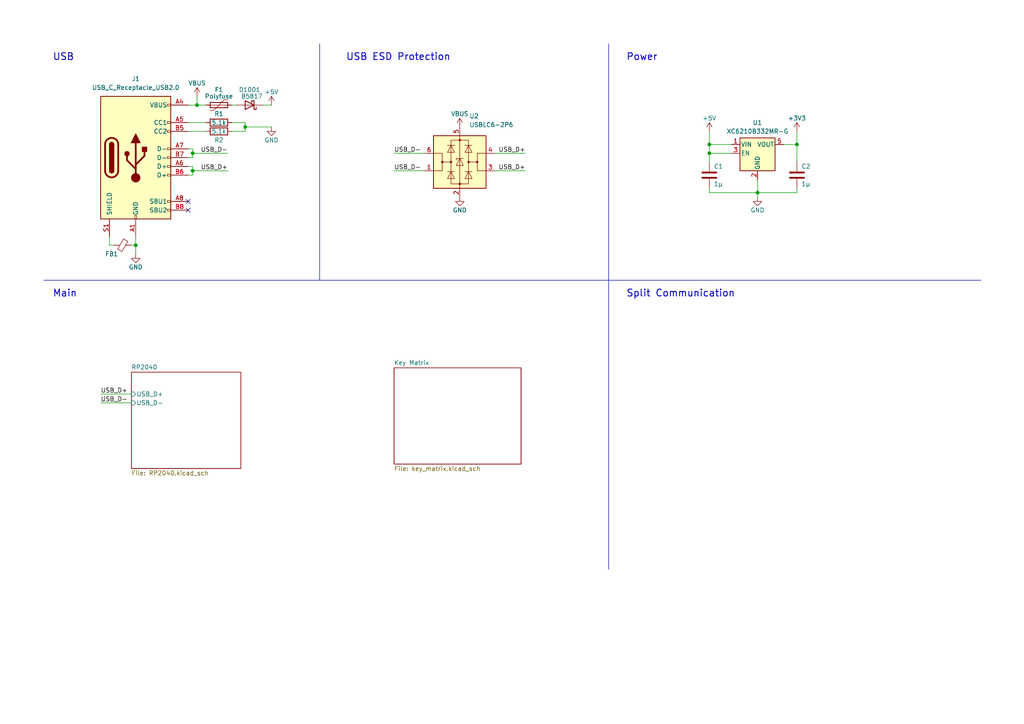
<source format=kicad_sch>
(kicad_sch (version 20230121) (generator eeschema)
  (paper "A4")
  (title_block (title "Reel") (rev "2.1") (comment 1 "MIT License (Open source hardware)"))
  (lib_symbols
    (symbol "Connector:USB_C_Receptacle_USB2.0" (pin_names (offset 1.016))
      (property "Reference" "J" (at -10.16 19.05 0))
      (property "Value" "USB_C_Receptacle_USB2.0" (at 19.05 19.05 0))
      (symbol "USB_C_Receptacle_USB2.0_0_0"
        (rectangle (start -0.254 -17.78) (end 0.254 -16.764))
        (rectangle (start 10.16 -14.986) (end 9.144 -15.494))
        (rectangle (start 10.16 -12.446) (end 9.144 -12.954))
        (rectangle (start 10.16 -4.826) (end 9.144 -5.334))
        (rectangle (start 10.16 -2.286) (end 9.144 -2.794))
        (rectangle (start 10.16 0.254) (end 9.144 -0.254))
        (rectangle (start 10.16 2.794) (end 9.144 2.286))
        (rectangle (start 10.16 7.874) (end 9.144 7.366))
        (rectangle (start 10.16 10.414) (end 9.144 9.906))
        (rectangle (start 10.16 15.494) (end 9.144 14.986))
      )
      (symbol "USB_C_Receptacle_USB2.0_0_1"
        (rectangle (start -10.16 17.78) (end 10.16 -17.78) (stroke (width 0.254)) (fill (type background)))
        (arc (start -8.89 -3.81) (mid -6.985 -5.7067) (end -5.08 -3.81) (stroke (width 0.508)))
        (arc (start -7.62 -3.81) (mid -6.985 -4.4423) (end -6.35 -3.81) (stroke (width 0.254)))
        (arc (start -7.62 -3.81) (mid -6.985 -4.4423) (end -6.35 -3.81) (stroke (width 0.254)) (fill (type outline)))
        (rectangle (start -7.62 -3.81) (end -6.35 3.81) (stroke (width 0.254)) (fill (type outline)))
        (arc (start -6.35 3.81) (mid -6.985 4.4423) (end -7.62 3.81) (stroke (width 0.254)))
        (arc (start -6.35 3.81) (mid -6.985 4.4423) (end -7.62 3.81) (stroke (width 0.254)) (fill (type outline)))
        (arc (start -5.08 3.81) (mid -6.985 5.7067) (end -8.89 3.81) (stroke (width 0.508)))
        (circle (center -2.54 1.143) (radius 0.635) (stroke (width 0.254)) (fill (type outline)))
        (circle (center 0 -5.842) (radius 1.27) (fill (type outline)))
        (polyline (pts (xy -8.89 -3.81) (xy -8.89 3.81)) (stroke (width 0.508)))
        (polyline (pts (xy -5.08 3.81) (xy -5.08 -3.81)) (stroke (width 0.508)))
        (polyline (pts (xy 0 -5.842) (xy 0 4.318)) (stroke (width 0.508)))
        (polyline (pts (xy 0 -3.302) (xy -2.54 -0.762) (xy -2.54 0.508)) (stroke (width 0.508)))
        (polyline (pts (xy 0 -2.032) (xy 2.54 0.508) (xy 2.54 1.778)) (stroke (width 0.508)))
        (polyline (pts (xy -1.27 4.318) (xy 0 6.858) (xy 1.27 4.318) (xy -1.27 4.318)) (stroke (width 0.254)) (fill (type outline)))
        (rectangle (start 1.905 1.778) (end 3.175 3.048) (stroke (width 0.254)) (fill (type outline)))
      )
      (symbol "USB_C_Receptacle_USB2.0_1_1"
        (pin passive line (at 0 -22.86 90) (length 5.08) (name "GND") (number "A1"))
        (pin passive line (at 0 -22.86 90) (length 5.08) hide (name "GND") (number "A12"))
        (pin passive line (at 15.24 15.24 180) (length 5.08) (name "VBUS") (number "A4"))
        (pin bidirectional line (at 15.24 10.16 180) (length 5.08) (name "CC1") (number "A5"))
        (pin bidirectional line (at 15.24 -2.54 180) (length 5.08) (name "D+") (number "A6"))
        (pin bidirectional line (at 15.24 2.54 180) (length 5.08) (name "D-") (number "A7"))
        (pin bidirectional line (at 15.24 -12.7 180) (length 5.08) (name "SBU1") (number "A8"))
        (pin passive line (at 15.24 15.24 180) (length 5.08) hide (name "VBUS") (number "A9"))
        (pin passive line (at 0 -22.86 90) (length 5.08) hide (name "GND") (number "B1"))
        (pin passive line (at 0 -22.86 90) (length 5.08) hide (name "GND") (number "B12"))
        (pin passive line (at 15.24 15.24 180) (length 5.08) hide (name "VBUS") (number "B4"))
        (pin bidirectional line (at 15.24 7.62 180) (length 5.08) (name "CC2") (number "B5"))
        (pin bidirectional line (at 15.24 -5.08 180) (length 5.08) (name "D+") (number "B6"))
        (pin bidirectional line (at 15.24 0 180) (length 5.08) (name "D-") (number "B7"))
        (pin bidirectional line (at 15.24 -15.24 180) (length 5.08) (name "SBU2") (number "B8"))
        (pin passive line (at 15.24 15.24 180) (length 5.08) hide (name "VBUS") (number "B9"))
        (pin passive line (at -7.62 -22.86 90) (length 5.08) (name "SHIELD") (number "S1"))
      )
    )
    (symbol "Device:C" (pin_numbers hide) (pin_names (offset 0.254))
      (property "Reference" "C" (at 0.635 2.54 0))
      (property "Value" "C" (at 0.635 -2.54 0))
      (symbol "C_0_1"
        (polyline (pts (xy -2.032 -0.762) (xy 2.032 -0.762)) (stroke (width 0.508)))
        (polyline (pts (xy -2.032 0.762) (xy 2.032 0.762)) (stroke (width 0.508)))
      )
      (symbol "C_1_1"
        (pin passive line (at 0 3.81 270) (length 2.794) (name "~") (number "1"))
        (pin passive line (at 0 -3.81 90) (length 2.794) (name "~") (number "2"))
      )
    )
    (symbol "Device:D_Schottky" (pin_numbers hide) (pin_names (offset 1.016) hide)
      (property "Reference" "D" (at 0 2.54 0))
      (property "Value" "D_Schottky" (at 0 -2.54 0))
      (symbol "D_Schottky_0_1"
        (polyline (pts (xy 1.27 0) (xy -1.27 0)))
        (polyline (pts (xy 1.27 1.27) (xy 1.27 -1.27) (xy -1.27 0) (xy 1.27 1.27)) (stroke (width 0.254)))
        (polyline (pts (xy -1.905 0.635) (xy -1.905 1.27) (xy -1.27 1.27) (xy -1.27 -1.27) (xy -0.635 -1.27) (xy -0.635 -0.635)) (stroke (width 0.254)))
      )
      (symbol "D_Schottky_1_1"
        (pin passive line (at -3.81 0 0) (length 2.54) (name "K") (number "1"))
        (pin passive line (at 3.81 0 180) (length 2.54) (name "A") (number "2"))
      )
    )
    (symbol "Device:FerriteBead_Small" (pin_numbers hide) (pin_names (offset 0))
      (property "Reference" "FB" (at 1.905 1.27 0))
      (property "Value" "FerriteBead_Small" (at 1.905 -1.27 0))
      (symbol "FerriteBead_Small_0_1"
        (polyline (pts (xy 0 -1.27) (xy 0 -0.7874)))
        (polyline (pts (xy 0 0.889) (xy 0 1.2954)))
        (polyline (pts (xy -1.8288 0.2794) (xy -1.1176 1.4986) (xy 1.8288 -0.2032) (xy 1.1176 -1.4224) (xy -1.8288 0.2794)))
      )
      (symbol "FerriteBead_Small_1_1"
        (pin passive line (at 0 2.54 270) (length 1.27) (name "~") (number "1"))
        (pin passive line (at 0 -2.54 90) (length 1.27) (name "~") (number "2"))
      )
    )
    (symbol "Device:Polyfuse" (pin_numbers hide) (pin_names (offset 0))
      (property "Reference" "F" (at -2.54 0 90))
      (property "Value" "Polyfuse" (at 2.54 0 90))
      (symbol "Polyfuse_0_1"
        (rectangle (start -0.762 2.54) (end 0.762 -2.54) (stroke (width 0.254)))
        (polyline (pts (xy 0 2.54) (xy 0 -2.54)))
        (polyline (pts (xy -1.524 2.54) (xy -1.524 1.524) (xy 1.524 -1.524) (xy 1.524 -2.54)))
      )
      (symbol "Polyfuse_1_1"
        (pin passive line (at 0 3.81 270) (length 1.27) (name "~") (number "1"))
        (pin passive line (at 0 -3.81 90) (length 1.27) (name "~") (number "2"))
      )
    )
    (symbol "Device:R" (pin_numbers hide) (pin_names (offset 0))
      (property "Reference" "R" (at 2.032 0 90))
      (property "Value" "R" (at 0 0 90))
      (symbol "R_0_1"
        (rectangle (start -1.016 -2.54) (end 1.016 2.54) (stroke (width 0.254)))
      )
      (symbol "R_1_1"
        (pin passive line (at 0 3.81 270) (length 1.27) (name "~") (number "1"))
        (pin passive line (at 0 -3.81 90) (length 1.27) (name "~") (number "2"))
      )
    )
    (symbol "Power_Protection:USBLC6-2P6" (pin_names hide)
      (property "Reference" "U" (at 2.54 8.89 0))
      (property "Value" "USBLC6-2P6" (at 2.54 -8.89 0))
      (symbol "USBLC6-2P6_0_1"
        (rectangle (start -7.62 -7.62) (end 7.62 7.62) (stroke (width 0.254)) (fill (type background)))
        (circle (center -5.08 0) (radius 0.254) (fill (type outline)))
        (circle (center -2.54 0) (radius 0.254) (fill (type outline)))
        (rectangle (start -2.54 6.35) (end 2.54 -6.35))
        (circle (center 0 -6.35) (radius 0.254) (fill (type outline)))
        (polyline (pts (xy -5.08 -2.54) (xy -7.62 -2.54)))
        (polyline (pts (xy -5.08 0) (xy -5.08 -2.54)))
        (polyline (pts (xy -5.08 2.54) (xy -7.62 2.54)))
        (polyline (pts (xy -1.524 -2.794) (xy -3.556 -2.794)))
        (polyline (pts (xy -1.524 4.826) (xy -3.556 4.826)))
        (polyline (pts (xy 0 -7.62) (xy 0 -6.35)))
        (polyline (pts (xy 0 -6.35) (xy 0 1.27)))
        (polyline (pts (xy 0 1.27) (xy 0 6.35)))
        (polyline (pts (xy 0 6.35) (xy 0 7.62)))
        (polyline (pts (xy 1.524 -2.794) (xy 3.556 -2.794)))
        (polyline (pts (xy 1.524 4.826) (xy 3.556 4.826)))
        (polyline (pts (xy 5.08 -2.54) (xy 7.62 -2.54)))
        (polyline (pts (xy 5.08 0) (xy 5.08 -2.54)))
        (polyline (pts (xy 5.08 2.54) (xy 7.62 2.54)))
        (polyline (pts (xy -2.54 0) (xy -5.08 0) (xy -5.08 2.54)))
        (polyline (pts (xy 2.54 0) (xy 5.08 0) (xy 5.08 2.54)))
        (polyline (pts (xy -3.556 -4.826) (xy -1.524 -4.826) (xy -2.54 -2.794) (xy -3.556 -4.826)))
        (polyline (pts (xy -3.556 2.794) (xy -1.524 2.794) (xy -2.54 4.826) (xy -3.556 2.794)))
        (polyline (pts (xy -1.016 -1.016) (xy 1.016 -1.016) (xy 0 1.016) (xy -1.016 -1.016)))
        (polyline (pts (xy 1.016 1.016) (xy 0.762 1.016) (xy -1.016 1.016) (xy -1.016 0.508)))
        (polyline (pts (xy 3.556 -4.826) (xy 1.524 -4.826) (xy 2.54 -2.794) (xy 3.556 -4.826)))
        (polyline (pts (xy 3.556 2.794) (xy 1.524 2.794) (xy 2.54 4.826) (xy 3.556 2.794)))
        (circle (center 0 6.35) (radius 0.254) (fill (type outline)))
        (circle (center 2.54 0) (radius 0.254) (fill (type outline)))
        (circle (center 5.08 0) (radius 0.254) (fill (type outline)))
      )
      (symbol "USBLC6-2P6_1_1"
        (pin passive line (at -10.16 -2.54 0) (length 2.54) (name "I/O1") (number "1"))
        (pin passive line (at 0 -10.16 90) (length 2.54) (name "GND") (number "2"))
        (pin passive line (at 10.16 -2.54 180) (length 2.54) (name "I/O2") (number "3"))
        (pin passive line (at 10.16 2.54 180) (length 2.54) (name "I/O2") (number "4"))
        (pin passive line (at 0 10.16 270) (length 2.54) (name "VBUS") (number "5"))
        (pin passive line (at -10.16 2.54 0) (length 2.54) (name "I/O1") (number "6"))
      )
    )
    (symbol "Regulator_Linear:AP2127K-3.3" (pin_names (offset 0.254))
      (property "Reference" "U" (at -5.08 5.715 0))
      (property "Value" "AP2127K-3.3" (at 0 5.715 0))
      (symbol "AP2127K-3.3_0_1"
        (rectangle (start -5.08 4.445) (end 5.08 -5.08) (stroke (width 0.254)) (fill (type background)))
      )
      (symbol "AP2127K-3.3_1_1"
        (pin power_in line (at -7.62 2.54 0) (length 2.54) (name "VIN") (number "1"))
        (pin power_in line (at 0 -7.62 90) (length 2.54) (name "GND") (number "2"))
        (pin input line (at -7.62 0 0) (length 2.54) (name "EN") (number "3"))
        (pin no_connect line (at 5.08 0 180) (length 2.54) hide (name "NC") (number "4"))
        (pin power_out line (at 7.62 2.54 180) (length 2.54) (name "VOUT") (number "5"))
      )
    )
    (symbol "power:+3V3" (power) (pin_names (offset 0))
      (property "Value" "+3V3" (at 0 3.556 0))
      (symbol "+3V3_0_1"
        (polyline (pts (xy -0.762 1.27) (xy 0 2.54)))
        (polyline (pts (xy 0 0) (xy 0 2.54)))
        (polyline (pts (xy 0 2.54) (xy 0.762 1.27)))
      )
      (symbol "+3V3_1_1"
        (pin power_in line (at 0 0 90) (length 0) hide (name "+3V3") (number "1"))
      )
    )
    (symbol "power:+5V" (power) (pin_names (offset 0))
      (property "Value" "+5V" (at 0 3.556 0))
      (symbol "+5V_0_1"
        (polyline (pts (xy -0.762 1.27) (xy 0 2.54)))
        (polyline (pts (xy 0 0) (xy 0 2.54)))
        (polyline (pts (xy 0 2.54) (xy 0.762 1.27)))
      )
      (symbol "+5V_1_1"
        (pin power_in line (at 0 0 90) (length 0) hide (name "+5V") (number "1"))
      )
    )
    (symbol "power:GND" (power) (pin_names (offset 0))
      (property "Value" "GND" (at 0 -3.81 0))
      (symbol "GND_0_1"
        (polyline (pts (xy 0 0) (xy 0 -1.27) (xy 1.27 -1.27) (xy 0 -2.54) (xy -1.27 -1.27) (xy 0 -1.27)))
      )
      (symbol "GND_1_1"
        (pin power_in line (at 0 0 270) (length 0) hide (name "GND") (number "1"))
      )
    )
    (symbol "power:VBUS" (power) (pin_names (offset 0))
      (property "Value" "VBUS" (at 0 3.81 0))
      (symbol "VBUS_0_1"
        (polyline (pts (xy -0.762 1.27) (xy 0 2.54)))
        (polyline (pts (xy 0 0) (xy 0 2.54)))
        (polyline (pts (xy 0 2.54) (xy 0.762 1.27)))
      )
      (symbol "VBUS_1_1"
        (pin power_in line (at 0 0 90) (length 0) hide (name "VBUS") (number "1"))
      )
    )
  )
  (junction (at 205.74 44.45))
  (junction (at 205.74 41.91))
  (junction (at 219.71 55.88))
  (junction (at 71.12 36.83))
  (junction (at 231.14 41.91))
  (junction (at 55.88 44.45))
  (junction (at 55.88 49.53))
  (junction (at 57.15 30.48))
  (junction (at 39.37 71.12))
  (no_connect (at 54.61 58.42))
  (no_connect (at 54.61 60.96))
  (wire (pts (xy 71.12 36.83) (xy 71.12 38.1)))
  (wire (pts (xy 59.69 35.56) (xy 54.61 35.56)))
  (wire (pts (xy 31.75 71.12) (xy 33.02 71.12)))
  (wire (pts (xy 219.71 55.88) (xy 231.14 55.88)))
  (wire (pts (xy 39.37 73.66) (xy 39.37 71.12)))
  (wire (pts (xy 205.74 38.1) (xy 205.74 41.91)))
  (wire (pts (xy 219.71 55.88) (xy 219.71 57.15)))
  (polyline (pts (xy 12.7 81.28) (xy 284.48 81.28)))
  (wire (pts (xy 71.12 35.56) (xy 67.31 35.56)))
  (wire (pts (xy 205.74 55.88) (xy 219.71 55.88)))
  (wire (pts (xy 54.61 50.8) (xy 55.88 50.8)))
  (wire (pts (xy 152.4 49.53) (xy 143.51 49.53)))
  (wire (pts (xy 227.33 41.91) (xy 231.14 41.91)))
  (wire (pts (xy 205.74 41.91) (xy 212.09 41.91)))
  (wire (pts (xy 205.74 54.61) (xy 205.74 55.88)))
  (wire (pts (xy 114.3 49.53) (xy 123.19 49.53)))
  (wire (pts (xy 205.74 44.45) (xy 205.74 46.99)))
  (polyline (pts (xy 176.53 12.7) (xy 176.53 165.1)))
  (wire (pts (xy 76.2 30.48) (xy 78.74 30.48)))
  (wire (pts (xy 54.61 30.48) (xy 57.15 30.48)))
  (wire (pts (xy 71.12 38.1) (xy 67.31 38.1)))
  (wire (pts (xy 219.71 52.07) (xy 219.71 55.88)))
  (wire (pts (xy 55.88 48.26) (xy 55.88 49.53)))
  (wire (pts (xy 31.75 68.58) (xy 31.75 71.12)))
  (wire (pts (xy 54.61 43.18) (xy 55.88 43.18)))
  (wire (pts (xy 55.88 44.45) (xy 55.88 45.72)))
  (wire (pts (xy 38.1 71.12) (xy 39.37 71.12)))
  (wire (pts (xy 29.21 116.84) (xy 38.1 116.84)))
  (wire (pts (xy 54.61 38.1) (xy 59.69 38.1)))
  (wire (pts (xy 55.88 49.53) (xy 66.04 49.53)))
  (wire (pts (xy 152.4 44.45) (xy 143.51 44.45)))
  (wire (pts (xy 231.14 54.61) (xy 231.14 55.88)))
  (wire (pts (xy 205.74 44.45) (xy 212.09 44.45)))
  (wire (pts (xy 57.15 30.48) (xy 59.69 30.48)))
  (wire (pts (xy 55.88 44.45) (xy 66.04 44.45)))
  (wire (pts (xy 231.14 41.91) (xy 231.14 46.99)))
  (wire (pts (xy 54.61 48.26) (xy 55.88 48.26)))
  (wire (pts (xy 205.74 41.91) (xy 205.74 44.45)))
  (wire (pts (xy 55.88 45.72) (xy 54.61 45.72)))
  (wire (pts (xy 55.88 49.53) (xy 55.88 50.8)))
  (wire (pts (xy 55.88 43.18) (xy 55.88 44.45)))
  (wire (pts (xy 231.14 38.1) (xy 231.14 41.91)))
  (wire (pts (xy 71.12 35.56) (xy 71.12 36.83)))
  (polyline (pts (xy 92.71 12.7) (xy 92.71 81.28)))
  (wire (pts (xy 71.12 36.83) (xy 78.74 36.83)))
  (wire (pts (xy 67.31 30.48) (xy 68.58 30.48)))
  (wire (pts (xy 29.21 114.3) (xy 38.1 114.3)))
  (wire (pts (xy 39.37 71.12) (xy 39.37 68.58)))
  (wire (pts (xy 57.15 27.94) (xy 57.15 30.48)))
  (wire (pts (xy 114.3 44.45) (xy 123.19 44.45)))
  (text "Split Communication" (at 181.61 86.36 0) (effects (font (size 2 2) (thickness 0.254) bold) (justify left bottom)))
  (text "USB ESD Protection" (at 100.33 17.78 0) (effects (font (size 2 2) (thickness 0.254) bold) (justify left bottom)))
  (text "USB" (at 15.24 17.78 0) (effects (font (size 2 2) (thickness 0.254) bold) (justify left bottom)))
  (text "Main" (at 15.24 86.36 0) (effects (font (size 2 2) (thickness 0.254) bold) (justify left bottom)))
  (text "Power" (at 181.61 17.78 0) (effects (font (size 2 2) (thickness 0.254) bold) (justify left bottom)))
  (label "USB_D+" (at 152.4 49.53 180))
  (label "USB_D+" (at 152.4 44.45 180))
  (label "USB_D+" (at 66.04 49.53 180))
  (label "USB_D-" (at 114.3 49.53 0))
  (label "USB_D-" (at 66.04 44.45 180))
  (label "USB_D+" (at 29.21 114.3 0))
  (label "USB_D-" (at 29.21 116.84 0))
  (label "USB_D-" (at 114.3 44.45 0))
  (symbol (lib_id "power:VBUS") (at 133.35 36.83 0) (unit 1)
    (property "Reference" "#PWR04" (effects hide))
    (property "Value" "VBUS" (at 133.35 33.02 0))
  )
  (symbol (lib_id "Regulator_Linear:AP2127K-3.3") (at 219.71 44.45 0) (unit 1)
    (property "Reference" "U1" (at 219.71 35.56 0))
    (property "Value" "XC6210B332MR-G" (at 219.71 38.1 0))
    (property "Footprint" "Package_TO_SOT_SMD:SOT-23-5" (effects hide))
    (property "LCSC" "C82942" (effects hide))
  )
  (symbol (lib_id "Device:FerriteBead_Small") (at 35.56 71.12 270) (unit 1)
    (property "Reference" "FB1" (at 30.48 73.66 90) (effects (justify left)))
    (property "Value" "FerriteBead_Small" (effects hide))
    (property "Footprint" "Inductor_SMD:L_0603_1608Metric" (effects hide))
    (property "LCSC" "C98288" (effects hide))
  )
  (symbol (lib_id "power:+5V") (at 205.74 38.1 0) (unit 1)
    (property "Reference" "#PWR05" (effects hide))
    (property "Value" "+5V" (at 205.74 34.29 0))
  )
  (symbol (lib_id "Power_Protection:USBLC6-2P6") (at 133.35 46.99 0) (unit 1)
    (property "Reference" "U2" (at 136.1187 33.655 0) (effects (justify left)))
    (property "Value" "USBLC6-2P6" (at 136.1187 36.195 0) (effects (justify left)))
    (property "Footprint" "Package_TO_SOT_SMD:SOT-666" (effects hide))
    (property "Datasheet" "https://www.st.com/resource/en/datasheet/usblc6-2.pdf" (effects hide))
    (property "LCSC" "C2827693" (effects hide))
  )
  (symbol (lib_id "Device:R") (at 63.5 35.56 90) (unit 1)
    (property "Reference" "R1" (at 63.5 33.02 90))
    (property "Value" "5.1k" (at 63.5 35.56 90))
    (property "Footprint" "Resistor_SMD:R_0402_1005Metric" (effects hide))
    (property "LCSC" "C25905" (effects hide))
  )
  (symbol (lib_id "power:GND") (at 133.35 57.15 0) (unit 1)
    (property "Reference" "#PWR07" (effects hide))
    (property "Value" "GND" (at 133.35 60.96 0))
  )
  (symbol (lib_id "Device:D_Schottky") (at 72.39 30.48 180) (unit 1)
    (property "Reference" "D1001" (at 72.39 26.035 0))
    (property "Value" "B5817" (at 73.025 27.94 0))
    (property "Footprint" "Diode_SMD:D_SOD-323" (effects hide))
    (property "LCSC" "C123899" (effects hide))
  )
  (symbol (lib_id "Connector:USB_C_Receptacle_USB2.0") (at 39.37 45.72 0) (unit 1)
    (property "Reference" "J1" (at 39.37 22.86 0))
    (property "Value" "USB_C_Receptacle_USB2.0" (at 39.37 25.4 0))
    (property "Footprint" "Connector_USB:USB_C_Receptacle_HRO_TYPE-C-31-M-12" (effects hide))
    (property "Datasheet" "https://www.usb.org/sites/default/files/documents/usb_type-c.zip" (effects hide))
    (property "LCSC" "C165948" (effects hide))
  )
  (symbol (lib_id "Device:R") (at 63.5 38.1 90) (unit 1)
    (property "Reference" "R2" (at 63.5 40.64 90))
    (property "Value" "5.1k" (at 63.5 38.1 90))
    (property "Footprint" "Resistor_SMD:R_0402_1005Metric" (effects hide))
    (property "LCSC" "C25905" (effects hide))
  )
  (symbol (lib_id "Device:Polyfuse") (at 63.5 30.48 90) (unit 1)
    (property "Reference" "F1" (at 63.5 26.035 90))
    (property "Value" "Polyfuse" (at 63.5 27.94 90))
    (property "Footprint" "Fuse:Fuse_0603_1608Metric" (effects hide))
    (property "LCSC" "C69679" (effects hide))
  )
  (symbol (lib_id "Device:C") (at 231.14 50.8 0) (unit 1)
    (property "Reference" "C2" (at 232.41 48.26 0) (effects (justify left)))
    (property "Value" "1µ" (at 232.41 53.34 0) (effects (justify left)))
    (property "Footprint" "Capacitor_SMD:C_0603_1608Metric" (effects hide))
    (property "LCSC" "C19666" (effects hide))
  )
  (symbol (lib_id "Device:C") (at 205.74 50.8 0) (unit 1)
    (property "Reference" "C1" (at 207.01 48.26 0) (effects (justify left)))
    (property "Value" "1µ" (at 207.01 53.34 0) (effects (justify left)))
    (property "Footprint" "Capacitor_SMD:C_0603_1608Metric" (effects hide))
    (property "LCSC" "C19666" (effects hide))
  )
  (symbol (lib_id "power:GND") (at 39.37 73.66 0) (unit 1)
    (property "Reference" "#PWR09" (effects hide))
    (property "Value" "GND" (at 39.37 77.47 0))
  )
  (symbol (lib_id "power:VBUS") (at 57.15 27.94 0) (unit 1)
    (property "Reference" "#PWR01" (effects hide))
    (property "Value" "VBUS" (at 57.15 24.13 0))
  )
  (symbol (lib_id "power:+5V") (at 78.74 30.48 0) (unit 1)
    (property "Reference" "#PWR02" (effects hide))
    (property "Value" "+5V" (at 78.74 26.67 0))
  )
  (symbol (lib_id "power:+3V3") (at 231.14 38.1 0) (unit 1)
    (property "Reference" "#PWR06" (effects hide))
    (property "Value" "+3V3" (at 231.14 34.29 0))
  )
  (symbol (lib_id "power:GND") (at 78.74 36.83 0) (unit 1)
    (property "Reference" "#PWR03" (effects hide))
    (property "Value" "GND" (at 78.74 40.64 0))
  )
  (symbol (lib_id "power:GND") (at 219.71 57.15 0) (unit 1)
    (property "Reference" "#PWR08" (effects hide))
    (property "Value" "GND" (at 219.71 60.96 0))
  )
  (sheet (at 114.3 106.68) (size 36.83 27.94) (stroke (width 0.1524))
    (property "Sheetname" "Key Matrix" (at 114.3 105.9684 0) (effects (justify left bottom)))
    (property "Sheetfile" "key_matrix.kicad_sch" (at 114.3 135.2046 0) (effects (justify left top)))
  )
  (sheet (at 38.1 107.95) (size 31.75 27.94) (stroke (width 0.1524))
    (property "Sheetname" "RP2040" (at 38.1 107.2384 0) (effects (justify left bottom)))
    (property "Sheetfile" "RP2040.kicad_sch" (at 38.1 136.4746 0) (effects (justify left top)))
    (pin "USB_D+" input (at 38.1 114.3 180))
    (pin "USB_D-" input (at 38.1 116.84 180))
  )
)
</source>
